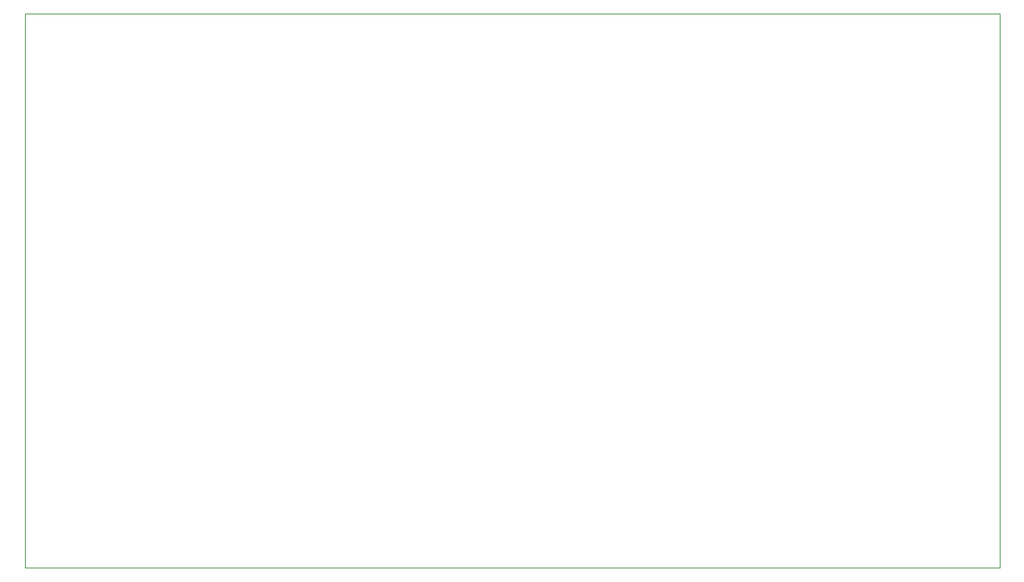
<source format=gbr>
%TF.GenerationSoftware,KiCad,Pcbnew,5.1.10-88a1d61d58~88~ubuntu20.04.1*%
%TF.CreationDate,2021-07-11T16:49:51+02:00*%
%TF.ProjectId,anna_elsa_reel_pcb,616e6e61-5f65-46c7-9361-5f7265656c5f,rev?*%
%TF.SameCoordinates,Original*%
%TF.FileFunction,Profile,NP*%
%FSLAX46Y46*%
G04 Gerber Fmt 4.6, Leading zero omitted, Abs format (unit mm)*
G04 Created by KiCad (PCBNEW 5.1.10-88a1d61d58~88~ubuntu20.04.1) date 2021-07-11 16:49:51*
%MOMM*%
%LPD*%
G01*
G04 APERTURE LIST*
%TA.AperFunction,Profile*%
%ADD10C,0.050000*%
%TD*%
G04 APERTURE END LIST*
D10*
X200000000Y-102000000D02*
X91000000Y-102000000D01*
X91000000Y-40000000D02*
X200000000Y-40000000D01*
X91000000Y-102000000D02*
X91000000Y-40000000D01*
X200000000Y-40000000D02*
X200000000Y-102000000D01*
M02*

</source>
